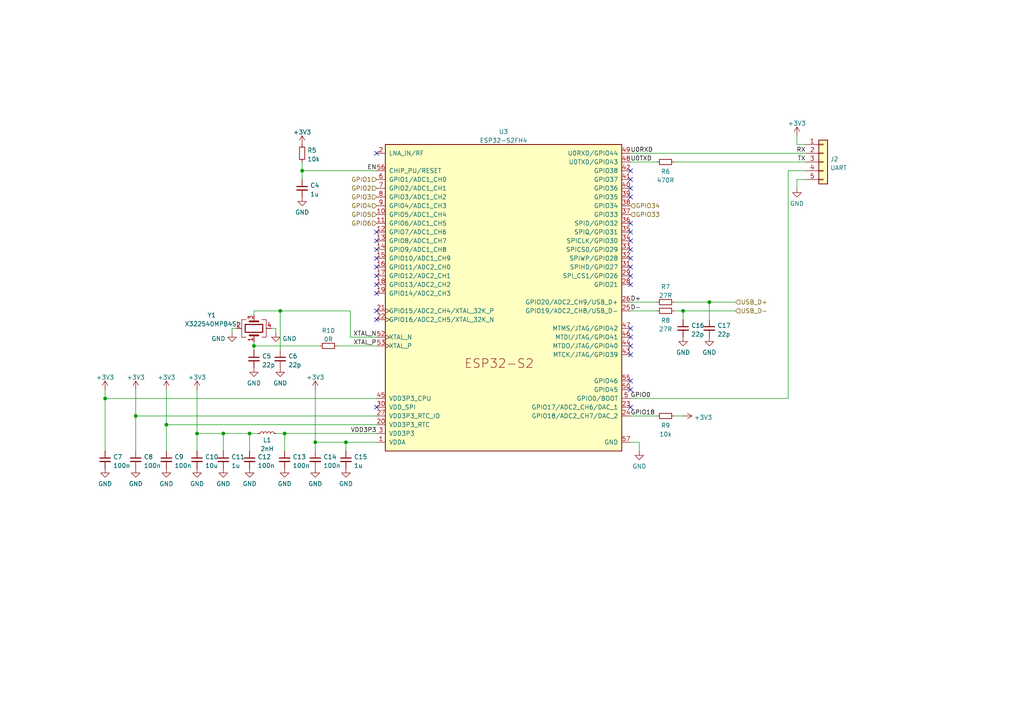
<source format=kicad_sch>
(kicad_sch (version 20211123) (generator eeschema)
  (paper "A4")
  (lib_symbols
    (symbol "Connector_Generic:Conn_01x05" (pin_names (offset 1.016) hide)
      (property "Reference" "J" (at 0 7.62 0))
      (property "Value" "Conn_01x05" (at 0 -7.62 0))
      (symbol "Conn_01x05_1_1"
        (rectangle (start -1.27 -4.953) (end 0 -5.207) (stroke (width 0.1524)))
        (rectangle (start -1.27 -2.413) (end 0 -2.667) (stroke (width 0.1524)))
        (rectangle (start -1.27 0.127) (end 0 -0.127) (stroke (width 0.1524)))
        (rectangle (start -1.27 2.667) (end 0 2.413) (stroke (width 0.1524)))
        (rectangle (start -1.27 5.207) (end 0 4.953) (stroke (width 0.1524)))
        (rectangle (start -1.27 6.35) (end 1.27 -6.35) (stroke (width 0.254)) (fill (type background)))
        (pin passive line (at -5.08 5.08 0) (length 3.81) (name "Pin_1") (number "1"))
        (pin passive line (at -5.08 2.54 0) (length 3.81) (name "Pin_2") (number "2"))
        (pin passive line (at -5.08 0 0) (length 3.81) (name "Pin_3") (number "3"))
        (pin passive line (at -5.08 -2.54 0) (length 3.81) (name "Pin_4") (number "4"))
        (pin passive line (at -5.08 -5.08 0) (length 3.81) (name "Pin_5") (number "5"))
      )
    )
    (symbol "Device:C_Small" (pin_numbers hide) (pin_names (offset 0.254) hide)
      (property "Reference" "C" (at 0.254 1.778 0))
      (property "Value" "C_Small" (at 0.254 -2.032 0))
      (symbol "C_Small_0_1"
        (polyline (pts (xy -1.524 -0.508) (xy 1.524 -0.508)) (stroke (width 0.3302)))
        (polyline (pts (xy -1.524 0.508) (xy 1.524 0.508)) (stroke (width 0.3048)))
      )
      (symbol "C_Small_1_1"
        (pin passive line (at 0 2.54 270) (length 2.032) (name "~") (number "1"))
        (pin passive line (at 0 -2.54 90) (length 2.032) (name "~") (number "2"))
      )
    )
    (symbol "Device:Crystal_GND24" (pin_names (offset 1.016) hide)
      (property "Reference" "Y" (at 3.175 5.08 0))
      (property "Value" "Crystal_GND24" (at 3.175 3.175 0))
      (symbol "Crystal_GND24_0_1"
        (rectangle (start -1.143 2.54) (end 1.143 -2.54) (stroke (width 0.3048)))
        (polyline (pts (xy -2.54 0) (xy -2.032 0)))
        (polyline (pts (xy -2.032 -1.27) (xy -2.032 1.27)) (stroke (width 0.508)))
        (polyline (pts (xy 0 -3.81) (xy 0 -3.556)))
        (polyline (pts (xy 0 3.556) (xy 0 3.81)))
        (polyline (pts (xy 2.032 -1.27) (xy 2.032 1.27)) (stroke (width 0.508)))
        (polyline (pts (xy 2.032 0) (xy 2.54 0)))
        (polyline (pts (xy -2.54 -2.286) (xy -2.54 -3.556) (xy 2.54 -3.556) (xy 2.54 -2.286)))
        (polyline (pts (xy -2.54 2.286) (xy -2.54 3.556) (xy 2.54 3.556) (xy 2.54 2.286)))
      )
      (symbol "Crystal_GND24_1_1"
        (pin passive line (at -3.81 0 0) (length 1.27) (name "1") (number "1"))
        (pin passive line (at 0 5.08 270) (length 1.27) (name "2") (number "2"))
        (pin passive line (at 3.81 0 180) (length 1.27) (name "3") (number "3"))
        (pin passive line (at 0 -5.08 90) (length 1.27) (name "4") (number "4"))
      )
    )
    (symbol "Device:L_Small" (pin_numbers hide) (pin_names (offset 0.254) hide)
      (property "Reference" "L" (at 0.762 1.016 0))
      (property "Value" "L_Small" (at 0.762 -1.016 0))
      (symbol "L_Small_0_1"
        (arc (start 0 -2.032) (mid 0.508 -1.524) (end 0 -1.016))
        (arc (start 0 -1.016) (mid 0.508 -0.508) (end 0 0))
        (arc (start 0 0) (mid 0.508 0.508) (end 0 1.016))
        (arc (start 0 1.016) (mid 0.508 1.524) (end 0 2.032))
      )
      (symbol "L_Small_1_1"
        (pin passive line (at 0 2.54 270) (length 0.508) (name "~") (number "1"))
        (pin passive line (at 0 -2.54 90) (length 0.508) (name "~") (number "2"))
      )
    )
    (symbol "Device:R_Small" (pin_numbers hide) (pin_names (offset 0.254) hide)
      (property "Reference" "R" (at 0.762 0.508 0))
      (property "Value" "R_Small" (at 0.762 -1.016 0))
      (symbol "R_Small_0_1"
        (rectangle (start -0.762 1.778) (end 0.762 -1.778) (stroke (width 0.2032)))
      )
      (symbol "R_Small_1_1"
        (pin passive line (at 0 2.54 270) (length 0.762) (name "~") (number "1"))
        (pin passive line (at 0 -2.54 90) (length 0.762) (name "~") (number "2"))
      )
    )
    (symbol "Espressif:ESP32-S2" (pin_names (offset 1.016))
      (property "Reference" "U" (at -33.02 48.26 0))
      (property "Value" "ESP32-S2" (at -33.02 45.72 0))
      (symbol "ESP32-S2_0_0"
        (text "ESP32-S2" (at 0 -20.32 0) (effects (font (size 2.54 2.54))))
      )
      (symbol "ESP32-S2_0_1"
        (rectangle (start -33.02 43.18) (end 35.56 -45.72) (stroke (width 0.254)) (fill (type background)))
      )
      (symbol "ESP32-S2_1_1"
        (pin power_in line (at -35.56 -43.18 0) (length 2.54) (name "VDDA") (number "1"))
        (pin bidirectional line (at -35.56 22.86 0) (length 2.54) (name "GPIO5/ADC1_CH4") (number "10"))
        (pin bidirectional line (at -35.56 20.32 0) (length 2.54) (name "GPIO6/ADC1_CH5") (number "11"))
        (pin bidirectional line (at -35.56 17.78 0) (length 2.54) (name "GPIO7/ADC1_CH6") (number "12"))
        (pin bidirectional line (at -35.56 15.24 0) (length 2.54) (name "GPIO8/ADC1_CH7") (number "13"))
        (pin bidirectional line (at -35.56 12.7 0) (length 2.54) (name "GPIO9/ADC1_CH8") (number "14"))
        (pin bidirectional line (at -35.56 10.16 0) (length 2.54) (name "GPIO10/ADC1_CH9") (number "15"))
        (pin bidirectional line (at -35.56 7.62 0) (length 2.54) (name "GPIO11/ADC2_CH0") (number "16"))
        (pin bidirectional line (at -35.56 5.08 0) (length 2.54) (name "GPIO12/ADC2_CH1") (number "17"))
        (pin bidirectional line (at -35.56 2.54 0) (length 2.54) (name "GPIO13/ADC2_CH2") (number "18"))
        (pin bidirectional line (at -35.56 0 0) (length 2.54) (name "GPIO14/ADC2_CH3") (number "19"))
        (pin bidirectional line (at -35.56 40.64 0) (length 2.54) (name "LNA_IN/RF") (number "2"))
        (pin power_in line (at -35.56 -38.1 0) (length 2.54) (name "VDD3P3_RTC") (number "20"))
        (pin bidirectional clock (at -35.56 -5.08 0) (length 2.54) (name "GPIO15/ADC2_CH4/XTAL_32K_P") (number "21"))
        (pin bidirectional clock (at -35.56 -7.62 0) (length 2.54) (name "GPIO16/ADC2_CH5/XTAL_32K_N") (number "22"))
        (pin bidirectional line (at 38.1 -33.02 180) (length 2.54) (name "GPIO17/ADC2_CH6/DAC_1") (number "23"))
        (pin bidirectional line (at 38.1 -35.56 180) (length 2.54) (name "GPIO18/ADC2_CH7/DAC_2") (number "24"))
        (pin bidirectional line (at 38.1 -5.08 180) (length 2.54) (name "GPIO19/ADC2_CH8/USB_D-") (number "25"))
        (pin bidirectional line (at 38.1 -2.54 180) (length 2.54) (name "GPIO20/ADC2_CH9/USB_D+") (number "26"))
        (pin power_in line (at -35.56 -35.56 0) (length 2.54) (name "VDD3P3_RTC_IO") (number "27"))
        (pin bidirectional line (at 38.1 2.54 180) (length 2.54) (name "GPIO21") (number "28"))
        (pin bidirectional line (at 38.1 5.08 180) (length 2.54) (name "SPI_CS1/GPIO26") (number "29"))
        (pin power_in line (at -35.56 -40.64 0) (length 2.54) (name "VDD3P3") (number "3"))
        (pin power_in line (at -35.56 -33.02 0) (length 2.54) (name "VDD_SPI") (number "30"))
        (pin bidirectional line (at 38.1 7.62 180) (length 2.54) (name "SPIHD/GPIO27") (number "31"))
        (pin bidirectional line (at 38.1 10.16 180) (length 2.54) (name "SPIWP/GPIO28") (number "32"))
        (pin bidirectional line (at 38.1 12.7 180) (length 2.54) (name "SPICS0/GPIO29") (number "33"))
        (pin bidirectional line (at 38.1 15.24 180) (length 2.54) (name "SPICLK/GPIO30") (number "34"))
        (pin bidirectional line (at 38.1 17.78 180) (length 2.54) (name "SPIQ/GPIO31") (number "35"))
        (pin bidirectional line (at 38.1 20.32 180) (length 2.54) (name "SPID/GPIO32") (number "36"))
        (pin bidirectional line (at 38.1 22.86 180) (length 2.54) (name "GPIO33") (number "37"))
        (pin bidirectional line (at 38.1 25.4 180) (length 2.54) (name "GPIO34") (number "38"))
        (pin bidirectional line (at 38.1 27.94 180) (length 2.54) (name "GPIO35") (number "39"))
        (pin passive line (at -35.56 -40.64 0) (length 2.54) hide (name "VDD3P3") (number "4"))
        (pin bidirectional line (at 38.1 30.48 180) (length 2.54) (name "GPIO36") (number "40"))
        (pin bidirectional line (at 38.1 33.02 180) (length 2.54) (name "GPIO37") (number "41"))
        (pin bidirectional line (at 38.1 35.56 180) (length 2.54) (name "GPIO38") (number "42"))
        (pin input line (at 38.1 -17.78 180) (length 2.54) (name "MTCK/JTAG/GPIO39") (number "43"))
        (pin output line (at 38.1 -15.24 180) (length 2.54) (name "MTDO/JTAG/GPIO40") (number "44"))
        (pin power_in line (at -35.56 -30.48 0) (length 2.54) (name "VDD3P3_CPU") (number "45"))
        (pin input line (at 38.1 -12.7 180) (length 2.54) (name "MTDI/JTAG/GPIO41") (number "46"))
        (pin output line (at 38.1 -10.16 180) (length 2.54) (name "MTMS/JTAG/GPIO42") (number "47"))
        (pin bidirectional line (at 38.1 38.1 180) (length 2.54) (name "U0TXD/GPIO43") (number "48"))
        (pin bidirectional line (at 38.1 40.64 180) (length 2.54) (name "U0RXD/GPIO44") (number "49"))
        (pin bidirectional line (at 38.1 -30.48 180) (length 2.54) (name "GPIO0/BOOT") (number "5"))
        (pin bidirectional line (at 38.1 -27.94 180) (length 2.54) (name "GPIO45") (number "50"))
        (pin passive line (at -35.56 -43.18 0) (length 2.54) hide (name "VDDA") (number "51"))
        (pin bidirectional clock (at -35.56 -12.7 0) (length 2.54) (name "XTAL_N") (number "52"))
        (pin bidirectional clock (at -35.56 -15.24 0) (length 2.54) (name "XTAL_P") (number "53"))
        (pin passive line (at -35.56 -43.18 0) (length 2.54) hide (name "VDDA") (number "54"))
        (pin input line (at 38.1 -25.4 180) (length 2.54) (name "GPIO46") (number "55"))
        (pin bidirectional line (at -35.56 35.56 0) (length 2.54) (name "CHIP_PU/RESET") (number "56"))
        (pin power_in line (at 38.1 -43.18 180) (length 2.54) (name "GND") (number "57"))
        (pin bidirectional line (at -35.56 33.02 0) (length 2.54) (name "GPIO1/ADC1_CH0") (number "6"))
        (pin bidirectional line (at -35.56 30.48 0) (length 2.54) (name "GPIO2/ADC1_CH1") (number "7"))
        (pin bidirectional line (at -35.56 27.94 0) (length 2.54) (name "GPIO3/ADC1_CH2") (number "8"))
        (pin bidirectional line (at -35.56 25.4 0) (length 2.54) (name "GPIO4/ADC1_CH3") (number "9"))
      )
    )
    (symbol "power:+3V3" (power) (pin_names (offset 0))
      (property "Value" "+3V3" (at 0 3.556 0))
      (symbol "+3V3_0_1"
        (polyline (pts (xy -0.762 1.27) (xy 0 2.54)))
        (polyline (pts (xy 0 0) (xy 0 2.54)))
        (polyline (pts (xy 0 2.54) (xy 0.762 1.27)))
      )
      (symbol "+3V3_1_1"
        (pin power_in line (at 0 0 90) (length 0) hide (name "+3V3") (number "1"))
      )
    )
    (symbol "power:GND" (power) (pin_names (offset 0))
      (property "Value" "GND" (at 0 -3.81 0))
      (symbol "GND_0_1"
        (polyline (pts (xy 0 0) (xy 0 -1.27) (xy 1.27 -1.27) (xy 0 -2.54) (xy -1.27 -1.27) (xy 0 -1.27)))
      )
      (symbol "GND_1_1"
        (pin power_in line (at 0 0 270) (length 0) hide (name "GND") (number "1"))
      )
    )
  )
  (junction (at 82.55 125.73))
  (junction (at 48.26 123.19))
  (junction (at 73.66 100.33))
  (junction (at 91.44 128.27))
  (junction (at 81.28 90.17))
  (junction (at 87.63 49.53))
  (junction (at 30.48 115.57))
  (junction (at 198.12 90.17))
  (junction (at 205.74 87.63))
  (junction (at 39.37 120.65))
  (junction (at 57.15 125.73))
  (junction (at 100.33 128.27))
  (junction (at 64.77 125.73))
  (junction (at 72.39 125.73))
  (no_connect (at 182.88 64.77))
  (no_connect (at 182.88 74.93))
  (no_connect (at 109.22 90.17))
  (no_connect (at 109.22 44.45))
  (no_connect (at 182.88 52.07))
  (no_connect (at 182.88 72.39))
  (no_connect (at 182.88 49.53))
  (no_connect (at 182.88 69.85))
  (no_connect (at 109.22 74.93))
  (no_connect (at 109.22 118.11))
  (no_connect (at 109.22 92.71))
  (no_connect (at 182.88 113.03))
  (no_connect (at 182.88 57.15))
  (no_connect (at 109.22 67.31))
  (no_connect (at 182.88 97.79))
  (no_connect (at 109.22 72.39))
  (no_connect (at 109.22 80.01))
  (no_connect (at 182.88 80.01))
  (no_connect (at 109.22 82.55))
  (no_connect (at 182.88 100.33))
  (no_connect (at 182.88 118.11))
  (no_connect (at 182.88 82.55))
  (no_connect (at 109.22 77.47))
  (no_connect (at 182.88 95.25))
  (no_connect (at 109.22 69.85))
  (no_connect (at 182.88 110.49))
  (no_connect (at 182.88 67.31))
  (no_connect (at 109.22 85.09))
  (no_connect (at 182.88 54.61))
  (no_connect (at 182.88 102.87))
  (no_connect (at 182.88 77.47))
  (wire (pts (xy 185.42 128.27) (xy 182.88 128.27)))
  (wire (pts (xy 92.71 100.33) (xy 73.66 100.33)))
  (wire (pts (xy 182.88 87.63) (xy 190.5 87.63)))
  (wire (pts (xy 30.48 130.81) (xy 30.48 115.57)))
  (wire (pts (xy 231.14 41.91) (xy 231.14 39.37)))
  (wire (pts (xy 39.37 113.03) (xy 39.37 120.65)))
  (wire (pts (xy 228.6 49.53) (xy 228.6 115.57)))
  (wire (pts (xy 87.63 46.99) (xy 87.63 49.53)))
  (wire (pts (xy 198.12 92.71) (xy 198.12 90.17)))
  (wire (pts (xy 57.15 130.81) (xy 57.15 125.73)))
  (wire (pts (xy 87.63 49.53) (xy 109.22 49.53)))
  (wire (pts (xy 182.88 120.65) (xy 190.5 120.65)))
  (wire (pts (xy 91.44 128.27) (xy 100.33 128.27)))
  (wire (pts (xy 195.58 87.63) (xy 205.74 87.63)))
  (wire (pts (xy 72.39 125.73) (xy 72.39 130.81)))
  (wire (pts (xy 57.15 113.03) (xy 57.15 125.73)))
  (wire (pts (xy 57.15 125.73) (xy 64.77 125.73)))
  (wire (pts (xy 205.74 87.63) (xy 213.36 87.63)))
  (wire (pts (xy 81.28 90.17) (xy 81.28 101.6)))
  (wire (pts (xy 109.22 123.19) (xy 48.26 123.19)))
  (wire (pts (xy 97.79 100.33) (xy 109.22 100.33)))
  (wire (pts (xy 80.01 125.73) (xy 82.55 125.73)))
  (wire (pts (xy 185.42 130.81) (xy 185.42 128.27)))
  (wire (pts (xy 195.58 120.65) (xy 198.12 120.65)))
  (wire (pts (xy 73.66 91.44) (xy 73.66 90.17)))
  (wire (pts (xy 64.77 130.81) (xy 64.77 125.73)))
  (wire (pts (xy 198.12 90.17) (xy 195.58 90.17)))
  (wire (pts (xy 228.6 115.57) (xy 182.88 115.57)))
  (wire (pts (xy 231.14 52.07) (xy 233.68 52.07)))
  (wire (pts (xy 30.48 113.03) (xy 30.48 115.57)))
  (wire (pts (xy 73.66 100.33) (xy 73.66 101.6)))
  (wire (pts (xy 91.44 113.03) (xy 91.44 128.27)))
  (wire (pts (xy 233.68 41.91) (xy 231.14 41.91)))
  (wire (pts (xy 91.44 130.81) (xy 91.44 128.27)))
  (wire (pts (xy 30.48 115.57) (xy 109.22 115.57)))
  (wire (pts (xy 182.88 44.45) (xy 233.68 44.45)))
  (wire (pts (xy 100.33 128.27) (xy 109.22 128.27)))
  (wire (pts (xy 100.33 128.27) (xy 100.33 130.81)))
  (wire (pts (xy 81.28 90.17) (xy 101.6 90.17)))
  (wire (pts (xy 233.68 49.53) (xy 228.6 49.53)))
  (wire (pts (xy 205.74 87.63) (xy 205.74 92.71)))
  (wire (pts (xy 182.88 90.17) (xy 190.5 90.17)))
  (wire (pts (xy 48.26 123.19) (xy 48.26 130.81)))
  (wire (pts (xy 80.01 95.25) (xy 78.74 95.25)))
  (wire (pts (xy 80.01 96.52) (xy 80.01 95.25)))
  (wire (pts (xy 73.66 90.17) (xy 81.28 90.17)))
  (wire (pts (xy 74.93 125.73) (xy 72.39 125.73)))
  (wire (pts (xy 73.66 99.06) (xy 73.66 100.33)))
  (wire (pts (xy 87.63 52.07) (xy 87.63 49.53)))
  (wire (pts (xy 198.12 90.17) (xy 213.36 90.17)))
  (wire (pts (xy 109.22 120.65) (xy 39.37 120.65)))
  (wire (pts (xy 182.88 46.99) (xy 190.5 46.99)))
  (wire (pts (xy 48.26 113.03) (xy 48.26 123.19)))
  (wire (pts (xy 101.6 97.79) (xy 109.22 97.79)))
  (wire (pts (xy 82.55 125.73) (xy 109.22 125.73)))
  (wire (pts (xy 82.55 125.73) (xy 82.55 130.81)))
  (wire (pts (xy 101.6 90.17) (xy 101.6 97.79)))
  (wire (pts (xy 64.77 125.73) (xy 72.39 125.73)))
  (wire (pts (xy 68.58 95.25) (xy 67.31 95.25)))
  (wire (pts (xy 231.14 54.61) (xy 231.14 52.07)))
  (wire (pts (xy 39.37 120.65) (xy 39.37 130.81)))
  (wire (pts (xy 195.58 46.99) (xy 233.68 46.99)))
  (wire (pts (xy 67.31 95.25) (xy 67.31 96.52)))
  (label "GPIO0" (at 182.88 115.57 0))
  (label "TX" (at 233.68 46.99 180))
  (label "GPIO18" (at 182.88 120.65 0))
  (label "XTAL_N" (at 109.22 97.79 180))
  (label "EN" (at 109.22 49.53 180))
  (label "XTAL_P" (at 109.22 100.33 180))
  (label "D-" (at 182.88 90.17 0))
  (label "U0RXD" (at 182.88 44.45 0))
  (label "VDD3P3" (at 109.22 125.73 180))
  (label "U0TXD" (at 182.88 46.99 0))
  (label "RX" (at 233.68 44.45 180))
  (label "D+" (at 182.88 87.63 0))
  (hierarchical_label "GPIO2" (shape input) (at 109.22 54.61 180))
  (hierarchical_label "GPIO34" (shape input) (at 182.88 59.69 0))
  (hierarchical_label "USB_D-" (shape input) (at 213.36 90.17 0))
  (hierarchical_label "GPIO6" (shape input) (at 109.22 64.77 180))
  (hierarchical_label "GPIO3" (shape input) (at 109.22 57.15 180))
  (hierarchical_label "GPIO33" (shape input) (at 182.88 62.23 0))
  (hierarchical_label "GPIO1" (shape input) (at 109.22 52.07 180))
  (hierarchical_label "GPIO5" (shape input) (at 109.22 62.23 180))
  (hierarchical_label "GPIO4" (shape input) (at 109.22 59.69 180))
  (hierarchical_label "USB_D+" (shape input) (at 213.36 87.63 0))
  (symbol (lib_id "power:GND") (at 80.01 96.52 0) (unit 1)
    (property "Reference" "#PWR017" (effects hide))
    (property "Value" "GND" (at 81.915 98.2238 0) (effects (justify left)))
  )
  (symbol (lib_id "power:GND") (at 91.44 135.89 0) (unit 1)
    (property "Reference" "#PWR033" (effects hide))
    (property "Value" "GND" (at 91.44 140.3334 0))
  )
  (symbol (lib_id "power:GND") (at 39.37 135.89 0) (unit 1)
    (property "Reference" "#PWR027" (effects hide))
    (property "Value" "GND" (at 39.37 140.3334 0))
  )
  (symbol (lib_id "Device:C_Small") (at 72.39 133.35 0) (unit 1)
    (property "Reference" "C12" (at 74.7141 132.5216 0) (effects (justify left)))
    (property "Value" "100n" (at 74.7141 135.0585 0) (effects (justify left)))
    (property "Footprint" "Capacitor_SMD:C_0402_1005Metric" (effects hide))
    (property "LCSC" "C1525" (effects hide))
  )
  (symbol (lib_id "Device:C_Small") (at 57.15 133.35 0) (unit 1)
    (property "Reference" "C10" (at 59.4741 132.5216 0) (effects (justify left)))
    (property "Value" "10u" (at 59.4741 135.0585 0) (effects (justify left)))
    (property "Footprint" "Capacitor_SMD:C_0603_1608Metric" (effects hide))
    (property "LCSC" "C96446" (effects hide))
  )
  (symbol (lib_id "Device:C_Small") (at 82.55 133.35 0) (unit 1)
    (property "Reference" "C13" (at 84.8741 132.5216 0) (effects (justify left)))
    (property "Value" "100n" (at 84.8741 135.0585 0) (effects (justify left)))
    (property "Footprint" "Capacitor_SMD:C_0402_1005Metric" (effects hide))
    (property "LCSC" "C1525" (effects hide))
  )
  (symbol (lib_id "power:GND") (at 81.28 106.68 0) (unit 1)
    (property "Reference" "#PWR019" (effects hide))
    (property "Value" "GND" (at 81.28 111.1234 0))
  )
  (symbol (lib_id "power:GND") (at 30.48 135.89 0) (unit 1)
    (property "Reference" "#PWR026" (effects hide))
    (property "Value" "GND" (at 30.48 140.3334 0))
  )
  (symbol (lib_id "power:GND") (at 100.33 135.89 0) (unit 1)
    (property "Reference" "#PWR034" (effects hide))
    (property "Value" "GND" (at 100.33 140.3334 0))
  )
  (symbol (lib_id "Device:R_Small") (at 193.04 87.63 90) (unit 1)
    (property "Reference" "R7" (at 193.04 83.1936 90))
    (property "Value" "27R" (at 193.04 85.7305 90))
    (property "Footprint" "Resistor_SMD:R_0402_1005Metric" (effects hide))
  )
  (symbol (lib_id "power:GND") (at 48.26 135.89 0) (unit 1)
    (property "Reference" "#PWR028" (effects hide))
    (property "Value" "GND" (at 48.26 140.3334 0))
  )
  (symbol (lib_id "power:+3V3") (at 198.12 120.65 270) (unit 1)
    (property "Reference" "#PWR0103" (effects hide))
    (property "Value" "+3V3" (at 201.295 121.0838 90) (effects (justify left)))
  )
  (symbol (lib_id "Connector_Generic:Conn_01x05") (at 238.76 46.99 0) (unit 1)
    (property "Reference" "J2" (at 240.792 46.1553 0) (effects (justify left)))
    (property "Value" "UART" (at 240.792 48.6922 0) (effects (justify left)))
    (property "Footprint" "Connector_PinSocket_2.54mm:PinSocket_1x05_P2.54mm_Vertical" (effects hide))
  )
  (symbol (lib_id "Device:C_Small") (at 100.33 133.35 0) (unit 1)
    (property "Reference" "C15" (at 102.6541 132.5216 0) (effects (justify left)))
    (property "Value" "1u" (at 102.6541 135.0585 0) (effects (justify left)))
    (property "Footprint" "Capacitor_SMD:C_0402_1005Metric" (effects hide))
    (property "LCSC" "C52923" (effects hide))
  )
  (symbol (lib_id "power:+3V3") (at 231.14 39.37 0) (unit 1)
    (property "Reference" "#PWR012" (effects hide))
    (property "Value" "+3V3" (at 231.14 35.7942 0))
  )
  (symbol (lib_id "power:+3V3") (at 57.15 113.03 0) (unit 1)
    (property "Reference" "#PWR023" (effects hide))
    (property "Value" "+3V3" (at 57.15 109.4542 0))
  )
  (symbol (lib_id "power:GND") (at 67.31 96.52 0) (unit 1)
    (property "Reference" "#PWR016" (effects hide))
    (property "Value" "GND" (at 65.4051 98.2238 0) (effects (justify right)))
  )
  (symbol (lib_id "Espressif:ESP32-S2") (at 144.78 85.09 0) (unit 1)
    (property "Reference" "U3" (at 146.05 38.2102 0))
    (property "Value" "ESP32-S2FH4" (at 146.05 40.7471 0))
    (property "Footprint" "Package_DFN_QFN:QFN-56-1EP_7x7mm_P0.4mm_EP5.6x5.6mm" (effects hide))
    (property "Datasheet" "https://www.espressif.com/sites/default/files/documentation/esp32-s2_datasheet_en.pdf" (effects hide))
    (property "LCSC" "C2840995" (effects hide))
  )
  (symbol (lib_id "Device:C_Small") (at 39.37 133.35 0) (unit 1)
    (property "Reference" "C8" (at 41.6941 132.5216 0) (effects (justify left)))
    (property "Value" "100n" (at 41.6941 135.0585 0) (effects (justify left)))
    (property "Footprint" "Capacitor_SMD:C_0402_1005Metric" (effects hide))
    (property "LCSC" "C1525" (effects hide))
  )
  (symbol (lib_id "power:+3V3") (at 91.44 113.03 0) (unit 1)
    (property "Reference" "#PWR024" (effects hide))
    (property "Value" "+3V3" (at 91.44 109.4542 0))
  )
  (symbol (lib_id "power:+3V3") (at 87.63 41.91 0) (unit 1)
    (property "Reference" "#PWR013" (effects hide))
    (property "Value" "+3V3" (at 87.63 38.3342 0))
  )
  (symbol (lib_id "power:GND") (at 72.39 135.89 0) (unit 1)
    (property "Reference" "#PWR031" (effects hide))
    (property "Value" "GND" (at 72.39 140.3334 0))
  )
  (symbol (lib_id "power:GND") (at 198.12 97.79 0) (unit 1)
    (property "Reference" "#PWR0101" (effects hide))
    (property "Value" "GND" (at 198.12 102.2334 0))
  )
  (symbol (lib_id "Device:C_Small") (at 87.63 54.61 0) (unit 1)
    (property "Reference" "C4" (at 89.9541 53.7816 0) (effects (justify left)))
    (property "Value" "1u" (at 89.9541 56.3185 0) (effects (justify left)))
    (property "Footprint" "Capacitor_SMD:C_0402_1005Metric" (effects hide))
    (property "LCSC" "C52923" (effects hide))
  )
  (symbol (lib_id "power:GND") (at 87.63 57.15 0) (unit 1)
    (property "Reference" "#PWR015" (effects hide))
    (property "Value" "GND" (at 87.63 61.5934 0))
  )
  (symbol (lib_id "power:GND") (at 82.55 135.89 0) (unit 1)
    (property "Reference" "#PWR032" (effects hide))
    (property "Value" "GND" (at 82.55 140.3334 0))
  )
  (symbol (lib_id "Device:R_Small") (at 87.63 44.45 0) (unit 1)
    (property "Reference" "R5" (at 89.1286 43.6153 0) (effects (justify left)))
    (property "Value" "10k" (at 89.1286 46.1522 0) (effects (justify left)))
    (property "Footprint" "Resistor_SMD:R_0402_1005Metric" (effects hide))
    (property "LCSC" "C25744" (effects hide))
  )
  (symbol (lib_id "Device:C_Small") (at 91.44 133.35 0) (unit 1)
    (property "Reference" "C14" (at 93.7641 132.5216 0) (effects (justify left)))
    (property "Value" "100n" (at 93.7641 135.0585 0) (effects (justify left)))
    (property "Footprint" "Capacitor_SMD:C_0402_1005Metric" (effects hide))
    (property "LCSC" "C1525" (effects hide))
  )
  (symbol (lib_id "Device:R_Small") (at 193.04 120.65 90) (unit 1)
    (property "Reference" "R9" (at 193.04 123.417 90))
    (property "Value" "10k" (at 193.04 125.9539 90))
    (property "Footprint" "Resistor_SMD:R_0402_1005Metric" (effects hide))
    (property "LCSC" "C25744" (effects hide))
  )
  (symbol (lib_id "Device:C_Small") (at 81.28 104.14 0) (unit 1)
    (property "Reference" "C6" (at 83.6041 103.3116 0) (effects (justify left)))
    (property "Value" "22p" (at 83.6041 105.8485 0) (effects (justify left)))
    (property "Footprint" "Capacitor_SMD:C_0402_1005Metric" (effects hide))
    (property "LCSC" "C1555" (effects hide))
  )
  (symbol (lib_id "power:GND") (at 57.15 135.89 0) (unit 1)
    (property "Reference" "#PWR029" (effects hide))
    (property "Value" "GND" (at 57.15 140.3334 0))
  )
  (symbol (lib_id "power:GND") (at 185.42 130.81 0) (unit 1)
    (property "Reference" "#PWR025" (effects hide))
    (property "Value" "GND" (at 185.42 135.2534 0))
  )
  (symbol (lib_id "power:GND") (at 73.66 106.68 0) (unit 1)
    (property "Reference" "#PWR018" (effects hide))
    (property "Value" "GND" (at 73.66 111.1234 0))
  )
  (symbol (lib_id "Device:C_Small") (at 205.74 95.25 0) (unit 1)
    (property "Reference" "C17" (at 208.0641 94.4216 0) (effects (justify left)))
    (property "Value" "22p" (at 208.0641 96.9585 0) (effects (justify left)))
    (property "Footprint" "Capacitor_SMD:C_0402_1005Metric" (effects hide))
    (property "LCSC" "C1555" (effects hide))
  )
  (symbol (lib_id "Device:R_Small") (at 95.25 100.33 90) (unit 1)
    (property "Reference" "R10" (at 95.25 95.8936 90))
    (property "Value" "0R" (at 95.25 98.4305 90))
    (property "Footprint" "Resistor_SMD:R_0402_1005Metric" (effects hide))
  )
  (symbol (lib_id "Device:R_Small") (at 193.04 90.17 90) (unit 1)
    (property "Reference" "R8" (at 193.04 92.937 90))
    (property "Value" "27R" (at 193.04 95.4739 90))
    (property "Footprint" "Resistor_SMD:R_0402_1005Metric" (effects hide))
  )
  (symbol (lib_id "Device:C_Small") (at 48.26 133.35 0) (unit 1)
    (property "Reference" "C9" (at 50.5841 132.5216 0) (effects (justify left)))
    (property "Value" "100n" (at 50.5841 135.0585 0) (effects (justify left)))
    (property "Footprint" "Capacitor_SMD:C_0402_1005Metric" (effects hide))
    (property "LCSC" "C1525" (effects hide))
  )
  (symbol (lib_id "power:+3V3") (at 39.37 113.03 0) (unit 1)
    (property "Reference" "#PWR021" (effects hide))
    (property "Value" "+3V3" (at 39.37 109.4542 0))
  )
  (symbol (lib_id "Device:C_Small") (at 30.48 133.35 0) (unit 1)
    (property "Reference" "C7" (at 32.8041 132.5216 0) (effects (justify left)))
    (property "Value" "100n" (at 32.8041 135.0585 0) (effects (justify left)))
    (property "Footprint" "Capacitor_SMD:C_0402_1005Metric" (effects hide))
    (property "LCSC" "C1525" (effects hide))
  )
  (symbol (lib_id "Device:Crystal_GND24") (at 73.66 95.25 90) (unit 1)
    (property "Reference" "Y1" (at 61.3947 91.4233 90))
    (property "Value" "X322540MPB4SI" (at 61.3947 93.9602 90))
    (property "Footprint" "Crystal:Crystal_SMD_3225-4Pin_3.2x2.5mm" (effects hide))
    (property "LCSC" "C9010" (effects hide))
  )
  (symbol (lib_id "Device:C_Small") (at 64.77 133.35 0) (unit 1)
    (property "Reference" "C11" (at 67.0941 132.5216 0) (effects (justify left)))
    (property "Value" "1u" (at 67.0941 135.0585 0) (effects (justify left)))
    (property "Footprint" "Capacitor_SMD:C_0402_1005Metric" (effects hide))
    (property "LCSC" "C52923" (effects hide))
  )
  (symbol (lib_id "Device:C_Small") (at 73.66 104.14 0) (unit 1)
    (property "Reference" "C5" (at 75.9841 103.3116 0) (effects (justify left)))
    (property "Value" "22p" (at 75.9841 105.8485 0) (effects (justify left)))
    (property "Footprint" "Capacitor_SMD:C_0402_1005Metric" (effects hide))
    (property "LCSC" "C1555" (effects hide))
  )
  (symbol (lib_id "power:GND") (at 231.14 54.61 0) (unit 1)
    (property "Reference" "#PWR014" (effects hide))
    (property "Value" "GND" (at 231.14 59.0534 0))
  )
  (symbol (lib_id "Device:R_Small") (at 193.04 46.99 90) (unit 1)
    (property "Reference" "R6" (at 193.04 49.757 90))
    (property "Value" "470R" (at 193.04 52.2939 90))
    (property "Footprint" "Resistor_SMD:R_0402_1005Metric" (effects hide))
    (property "LCSC" "C25117" (effects hide))
  )
  (symbol (lib_id "Device:L_Small") (at 77.47 125.73 90) (unit 1)
    (property "Reference" "L1" (at 77.47 127.6334 90))
    (property "Value" "2nH" (at 77.47 130.1703 90))
    (property "Footprint" "Inductor_SMD:L_0402_1005Metric" (effects hide))
    (property "LCSC" "C404617" (effects hide))
  )
  (symbol (lib_id "power:GND") (at 205.74 97.79 0) (unit 1)
    (property "Reference" "#PWR0102" (effects hide))
    (property "Value" "GND" (at 205.74 102.2334 0))
  )
  (symbol (lib_id "power:GND") (at 64.77 135.89 0) (unit 1)
    (property "Reference" "#PWR030" (effects hide))
    (property "Value" "GND" (at 64.77 140.3334 0))
  )
  (symbol (lib_id "power:+3V3") (at 48.26 113.03 0) (unit 1)
    (property "Reference" "#PWR022" (effects hide))
    (property "Value" "+3V3" (at 48.26 109.4542 0))
  )
  (symbol (lib_id "power:+3V3") (at 30.48 113.03 0) (unit 1)
    (property "Reference" "#PWR020" (effects hide))
    (property "Value" "+3V3" (at 30.48 109.4542 0))
  )
  (symbol (lib_id "Device:C_Small") (at 198.12 95.25 0) (unit 1)
    (property "Reference" "C16" (at 200.4441 94.4216 0) (effects (justify left)))
    (property "Value" "22p" (at 200.4441 96.9585 0) (effects (justify left)))
    (property "Footprint" "Capacitor_SMD:C_0402_1005Metric" (effects hide))
    (property "LCSC" "C1555" (effects hide))
  )
)
</source>
